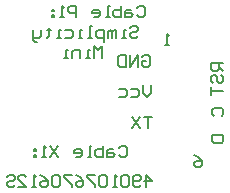
<source format=gbo>
G04*
G04 #@! TF.GenerationSoftware,Altium Limited,CircuitStudio,1.5.2 (30)*
G04*
G04 Layer_Color=32896*
%FSLAX24Y24*%
%MOIN*%
G70*
G01*
G75*
%ADD13C,0.0079*%
D13*
X3524Y4980D02*
Y5374D01*
X3392Y5243D01*
X3261Y5374D01*
Y4980D01*
X3130D02*
X2999D01*
X3064D01*
Y5243D01*
X3130D01*
X2802Y4980D02*
Y5243D01*
X2605D01*
X2540Y5177D01*
Y4980D01*
X2409D02*
X2277D01*
X2343D01*
Y5243D01*
X2409D01*
X4462Y5958D02*
X4528Y6023D01*
X4659D01*
X4724Y5958D01*
Y5892D01*
X4659Y5827D01*
X4528D01*
X4462Y5761D01*
Y5696D01*
X4528Y5630D01*
X4659D01*
X4724Y5696D01*
X4331Y5630D02*
X4200D01*
X4265D01*
Y5892D01*
X4331D01*
X4003Y5630D02*
Y5892D01*
X3937D01*
X3872Y5827D01*
Y5630D01*
Y5827D01*
X3806Y5892D01*
X3740Y5827D01*
Y5630D01*
X3609Y5499D02*
Y5892D01*
X3413D01*
X3347Y5827D01*
Y5696D01*
X3413Y5630D01*
X3609D01*
X3216D02*
X3085D01*
X3150D01*
Y6023D01*
X3216D01*
X2888Y5630D02*
X2757D01*
X2822D01*
Y5892D01*
X2888D01*
X2297D02*
X2494D01*
X2560Y5827D01*
Y5696D01*
X2494Y5630D01*
X2297D01*
X2166D02*
X2035D01*
X2101D01*
Y5892D01*
X2166D01*
X1773Y5958D02*
Y5892D01*
X1838D01*
X1707D01*
X1773D01*
Y5696D01*
X1707Y5630D01*
X1510Y5892D02*
Y5696D01*
X1445Y5630D01*
X1248D01*
Y5564D01*
X1313Y5499D01*
X1379D01*
X1248Y5630D02*
Y5892D01*
X4708Y6647D02*
X4774Y6712D01*
X4905D01*
X4970Y6647D01*
Y6384D01*
X4905Y6319D01*
X4774D01*
X4708Y6384D01*
X4511Y6581D02*
X4380D01*
X4315Y6516D01*
Y6319D01*
X4511D01*
X4577Y6384D01*
X4511Y6450D01*
X4315D01*
X4183Y6712D02*
Y6319D01*
X3987D01*
X3921Y6384D01*
Y6450D01*
Y6516D01*
X3987Y6581D01*
X4183D01*
X3790Y6319D02*
X3659D01*
X3724D01*
Y6712D01*
X3790D01*
X3265Y6319D02*
X3396D01*
X3462Y6384D01*
Y6516D01*
X3396Y6581D01*
X3265D01*
X3199Y6516D01*
Y6450D01*
X3462D01*
X2675Y6319D02*
Y6712D01*
X2478D01*
X2412Y6647D01*
Y6516D01*
X2478Y6450D01*
X2675D01*
X2281Y6319D02*
X2150D01*
X2215D01*
Y6712D01*
X2281Y6647D01*
X1953Y6581D02*
X1887D01*
Y6516D01*
X1953D01*
Y6581D01*
Y6384D02*
X1887D01*
Y6319D01*
X1953D01*
Y6384D01*
X4108Y1982D02*
X4173Y2047D01*
X4304D01*
X4370Y1982D01*
Y1719D01*
X4304Y1654D01*
X4173D01*
X4108Y1719D01*
X3911Y1916D02*
X3780D01*
X3714Y1850D01*
Y1654D01*
X3911D01*
X3977Y1719D01*
X3911Y1785D01*
X3714D01*
X3583Y2047D02*
Y1654D01*
X3386D01*
X3321Y1719D01*
Y1785D01*
Y1850D01*
X3386Y1916D01*
X3583D01*
X3189Y1654D02*
X3058D01*
X3124D01*
Y2047D01*
X3189D01*
X2665Y1654D02*
X2796D01*
X2861Y1719D01*
Y1850D01*
X2796Y1916D01*
X2665D01*
X2599Y1850D01*
Y1785D01*
X2861D01*
X2074Y2047D02*
X1812Y1654D01*
Y2047D02*
X2074Y1654D01*
X1681D02*
X1549D01*
X1615D01*
Y2047D01*
X1681Y1982D01*
X1353Y1916D02*
X1287D01*
Y1850D01*
X1353D01*
Y1916D01*
Y1719D02*
X1287D01*
Y1654D01*
X1353D01*
Y1719D01*
X5020Y659D02*
Y1053D01*
X5217Y856D01*
X4954D01*
X4823Y725D02*
X4757Y659D01*
X4626D01*
X4561Y725D01*
Y987D01*
X4626Y1053D01*
X4757D01*
X4823Y987D01*
Y922D01*
X4757Y856D01*
X4561D01*
X4429Y987D02*
X4364Y1053D01*
X4233D01*
X4167Y987D01*
Y725D01*
X4233Y659D01*
X4364D01*
X4429Y725D01*
Y987D01*
X4036Y659D02*
X3905D01*
X3970D01*
Y1053D01*
X4036Y987D01*
X3708D02*
X3642Y1053D01*
X3511D01*
X3445Y987D01*
Y725D01*
X3511Y659D01*
X3642D01*
X3708Y725D01*
Y987D01*
X3314Y1053D02*
X3052D01*
Y987D01*
X3314Y725D01*
Y659D01*
X2658Y1053D02*
X2790Y987D01*
X2921Y856D01*
Y725D01*
X2855Y659D01*
X2724D01*
X2658Y725D01*
Y791D01*
X2724Y856D01*
X2921D01*
X2527Y1053D02*
X2265D01*
Y987D01*
X2527Y725D01*
Y659D01*
X2134Y987D02*
X2068Y1053D01*
X1937D01*
X1871Y987D01*
Y725D01*
X1937Y659D01*
X2068D01*
X2134Y725D01*
Y987D01*
X1478Y1053D02*
X1609Y987D01*
X1740Y856D01*
Y725D01*
X1674Y659D01*
X1543D01*
X1478Y725D01*
Y791D01*
X1543Y856D01*
X1740D01*
X1346Y659D02*
X1215D01*
X1281D01*
Y1053D01*
X1346Y987D01*
X756Y659D02*
X1018D01*
X756Y922D01*
Y987D01*
X822Y1053D01*
X953D01*
X1018Y987D01*
X362D02*
X428Y1053D01*
X559D01*
X625Y987D01*
Y922D01*
X559Y856D01*
X428D01*
X362Y791D01*
Y725D01*
X428Y659D01*
X559D01*
X625Y725D01*
X6618Y1732D02*
X6749Y1667D01*
X6880Y1535D01*
Y1404D01*
X6814Y1339D01*
X6683D01*
X6618Y1404D01*
Y1470D01*
X6683Y1535D01*
X6880D01*
X5758Y5384D02*
X5627D01*
X5692D01*
Y5777D01*
X5758Y5712D01*
X7195Y2392D02*
X7589D01*
Y2195D01*
X7523Y2129D01*
X7261D01*
X7195Y2195D01*
Y2392D01*
X7261Y3045D02*
X7195Y3110D01*
Y3241D01*
X7261Y3307D01*
X7523D01*
X7589Y3241D01*
Y3110D01*
X7523Y3045D01*
X5197Y3012D02*
X4934D01*
X5066D01*
Y2618D01*
X4803Y3012D02*
X4541Y2618D01*
Y3012D02*
X4803Y2618D01*
X5157Y4065D02*
Y3802D01*
X5026Y3671D01*
X4895Y3802D01*
Y4065D01*
X4502Y3934D02*
X4698D01*
X4764Y3868D01*
Y3737D01*
X4698Y3671D01*
X4502D01*
X4108Y3934D02*
X4305D01*
X4370Y3868D01*
Y3737D01*
X4305Y3671D01*
X4108D01*
X4866Y4993D02*
X4931Y5059D01*
X5062D01*
X5128Y4993D01*
Y4731D01*
X5062Y4665D01*
X4931D01*
X4866Y4731D01*
Y4862D01*
X4997D01*
X4734Y4665D02*
Y5059D01*
X4472Y4665D01*
Y5059D01*
X4341D02*
Y4665D01*
X4144D01*
X4078Y4731D01*
Y4993D01*
X4144Y5059D01*
X4341D01*
X7579Y4793D02*
X7185D01*
Y4597D01*
X7251Y4531D01*
X7382D01*
X7448Y4597D01*
Y4793D01*
Y4662D02*
X7579Y4531D01*
X7251Y4137D02*
X7185Y4203D01*
Y4334D01*
X7251Y4400D01*
X7316D01*
X7382Y4334D01*
Y4203D01*
X7448Y4137D01*
X7513D01*
X7579Y4203D01*
Y4334D01*
X7513Y4400D01*
X7185Y4006D02*
Y3744D01*
Y3875D01*
X7579D01*
M02*

</source>
